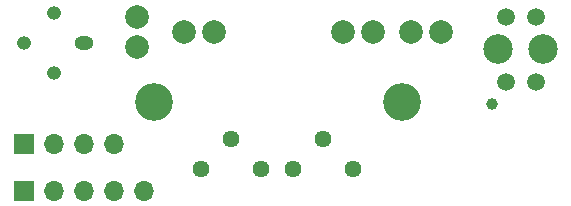
<source format=gbs>
%TF.GenerationSoftware,KiCad,Pcbnew,6.0.2+dfsg-1*%
%TF.CreationDate,2022-08-15T18:10:52-04:00*%
%TF.ProjectId,titan_wheel,74697461-6e5f-4776-9865-656c2e6b6963,1*%
%TF.SameCoordinates,Original*%
%TF.FileFunction,Soldermask,Bot*%
%TF.FilePolarity,Negative*%
%FSLAX46Y46*%
G04 Gerber Fmt 4.6, Leading zero omitted, Abs format (unit mm)*
G04 Created by KiCad (PCBNEW 6.0.2+dfsg-1) date 2022-08-15 18:10:52*
%MOMM*%
%LPD*%
G01*
G04 APERTURE LIST*
%ADD10C,2.000000*%
%ADD11C,1.440000*%
%ADD12R,1.700000X1.700000*%
%ADD13O,1.700000X1.700000*%
%ADD14C,3.200000*%
%ADD15C,2.500000*%
%ADD16C,1.000000*%
%ADD17C,1.500000*%
%ADD18O,1.600000X1.200000*%
%ADD19O,1.200000X1.200000*%
G04 APERTURE END LIST*
D10*
X157770000Y-43000000D03*
X155230000Y-43000000D03*
D11*
X150275000Y-54675000D03*
X147735000Y-52135000D03*
X145195000Y-54675000D03*
D12*
X122425000Y-56500000D03*
D13*
X124965000Y-56500000D03*
X127505000Y-56500000D03*
X130045000Y-56500000D03*
X132585000Y-56500000D03*
D14*
X154500000Y-49000000D03*
D10*
X132000000Y-41730000D03*
X132000000Y-44270000D03*
D11*
X142525000Y-54675000D03*
X139985000Y-52135000D03*
X137445000Y-54675000D03*
D10*
X135980000Y-43000000D03*
X138520000Y-43000000D03*
D14*
X133500000Y-49000000D03*
D10*
X152020000Y-43000000D03*
X149480000Y-43000000D03*
D12*
X122425000Y-52500000D03*
D13*
X124965000Y-52500000D03*
X127505000Y-52500000D03*
X130045000Y-52500000D03*
D15*
X166400000Y-44500000D03*
D16*
X162050000Y-49150000D03*
D15*
X162600000Y-44500000D03*
D17*
X165770000Y-41750000D03*
X163230000Y-41750000D03*
X165770000Y-47250000D03*
X163230000Y-47250000D03*
D18*
X127540000Y-44000000D03*
D19*
X125000000Y-46540000D03*
X122460000Y-44000000D03*
X125000000Y-41460000D03*
M02*

</source>
